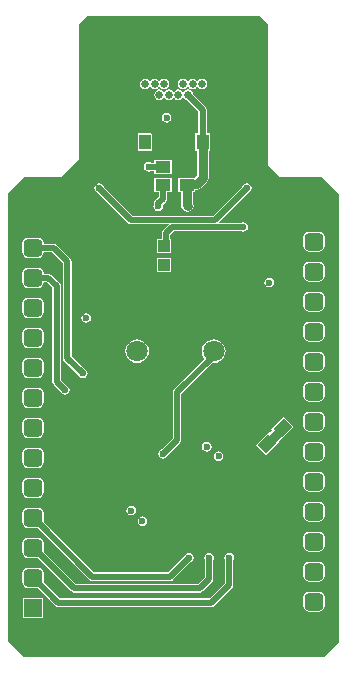
<source format=gbl>
G04*
G04 #@! TF.GenerationSoftware,Altium Limited,Altium Designer,20.0.13 (296)*
G04*
G04 Layer_Physical_Order=2*
G04 Layer_Color=16711680*
%FSLAX44Y44*%
%MOMM*%
G71*
G01*
G75*
%ADD14R,1.3000X1.0000*%
%ADD15R,1.0000X1.0000*%
%ADD23R,1.0000X1.3000*%
%ADD40C,0.5000*%
%ADD42C,0.8000*%
%ADD44C,1.8000*%
%ADD45R,1.5000X1.5000*%
G04:AMPARAMS|DCode=46|XSize=1.6mm|YSize=1.5mm|CornerRadius=0.375mm|HoleSize=0mm|Usage=FLASHONLY|Rotation=180.000|XOffset=0mm|YOffset=0mm|HoleType=Round|Shape=RoundedRectangle|*
%AMROUNDEDRECTD46*
21,1,1.6000,0.7500,0,0,180.0*
21,1,0.8500,1.5000,0,0,180.0*
1,1,0.7500,-0.4250,0.3750*
1,1,0.7500,0.4250,0.3750*
1,1,0.7500,0.4250,-0.3750*
1,1,0.7500,-0.4250,-0.3750*
%
%ADD46ROUNDEDRECTD46*%
%ADD47O,1.3300X1.9800*%
%ADD48C,0.6800*%
%ADD49O,0.9500X1.8000*%
%ADD50C,0.6000*%
G04:AMPARAMS|DCode=51|XSize=1.3mm|YSize=1mm|CornerRadius=0mm|HoleSize=0mm|Usage=FLASHONLY|Rotation=225.000|XOffset=0mm|YOffset=0mm|HoleType=Round|Shape=Rectangle|*
%AMROTATEDRECTD51*
4,1,4,0.1061,0.8132,0.8132,0.1061,-0.1061,-0.8132,-0.8132,-0.1061,0.1061,0.8132,0.0*
%
%ADD51ROTATEDRECTD51*%

G36*
X222000Y538000D02*
Y418000D01*
X232000Y408000D01*
X268000D01*
X282000Y394000D01*
Y15000D01*
X269000Y2000D01*
X15000D01*
X2000Y15000D01*
Y395000D01*
X15000Y408000D01*
X47000D01*
X62000Y423000D01*
Y538000D01*
X69000Y545000D01*
X215000D01*
X222000Y538000D01*
D02*
G37*
%LPC*%
G36*
X134000Y491486D02*
X132283Y491145D01*
X130828Y490172D01*
X130000Y488933D01*
X129172Y490172D01*
X127717Y491145D01*
X126000Y491486D01*
X124283Y491145D01*
X122828Y490172D01*
X122000Y488933D01*
X121172Y490172D01*
X119717Y491145D01*
X118000Y491486D01*
X116283Y491145D01*
X114828Y490172D01*
X113855Y488717D01*
X113514Y487000D01*
X113855Y485283D01*
X114828Y483828D01*
X116283Y482855D01*
X118000Y482514D01*
X119717Y482855D01*
X121172Y483828D01*
X122000Y485067D01*
X122828Y483828D01*
X124283Y482855D01*
X126000Y482514D01*
X127717Y482855D01*
X129172Y483828D01*
X130000Y485067D01*
X130828Y483828D01*
X132283Y482855D01*
X134000Y482514D01*
X135717Y482855D01*
X137172Y483828D01*
X138145Y485283D01*
X138486Y487000D01*
X138145Y488717D01*
X137172Y490172D01*
X135717Y491145D01*
X134000Y491486D01*
D02*
G37*
G36*
X166000D02*
X164283Y491145D01*
X162828Y490172D01*
X162000Y488933D01*
X161172Y490172D01*
X159717Y491145D01*
X158000Y491486D01*
X156283Y491145D01*
X154828Y490172D01*
X154000Y488933D01*
X153172Y490172D01*
X151717Y491145D01*
X150000Y491486D01*
X148283Y491145D01*
X146828Y490172D01*
X145855Y488717D01*
X145514Y487000D01*
X145855Y485283D01*
X146828Y483828D01*
X148283Y482855D01*
X150000Y482514D01*
X151717Y482855D01*
X153172Y483828D01*
X154000Y485067D01*
X154828Y483828D01*
X156283Y482855D01*
X158000Y482514D01*
X159717Y482855D01*
X161172Y483828D01*
X162000Y485067D01*
X162828Y483828D01*
X164283Y482855D01*
X166000Y482514D01*
X167717Y482855D01*
X169172Y483828D01*
X170145Y485283D01*
X170486Y487000D01*
X170145Y488717D01*
X169172Y490172D01*
X167717Y491145D01*
X166000Y491486D01*
D02*
G37*
G36*
X154000Y482486D02*
X152283Y482145D01*
X150828Y481172D01*
X150000Y479933D01*
X149172Y481172D01*
X147717Y482145D01*
X146000Y482486D01*
X144283Y482145D01*
X142828Y481172D01*
X142000Y479933D01*
X141172Y481172D01*
X139717Y482145D01*
X138000Y482486D01*
X136283Y482145D01*
X134828Y481172D01*
X134000Y479933D01*
X133172Y481172D01*
X131717Y482145D01*
X130000Y482486D01*
X128283Y482145D01*
X126828Y481172D01*
X125855Y479717D01*
X125514Y478000D01*
X125855Y476283D01*
X126828Y474828D01*
X128283Y473855D01*
X130000Y473514D01*
X131717Y473855D01*
X133172Y474828D01*
X134000Y476067D01*
X134828Y474828D01*
X136283Y473855D01*
X138000Y473514D01*
X139717Y473855D01*
X141172Y474828D01*
X142000Y476067D01*
X142828Y474828D01*
X144283Y473855D01*
X146000Y473514D01*
X147717Y473855D01*
X149172Y474828D01*
X150000Y476067D01*
X150828Y474828D01*
X152283Y473855D01*
X153300Y473653D01*
X162931Y464022D01*
Y445500D01*
X160500D01*
Y430500D01*
X161402D01*
Y409612D01*
X159388Y407598D01*
X154000D01*
X153507Y407500D01*
X145500D01*
Y395500D01*
X147902D01*
Y385000D01*
X148290Y383049D01*
X149395Y381395D01*
X150395Y380395D01*
X152049Y379290D01*
X154000Y378902D01*
X155951Y379290D01*
X157605Y380395D01*
X158710Y382049D01*
X159098Y384000D01*
X158710Y385951D01*
X158098Y386867D01*
Y395500D01*
X160500D01*
Y397402D01*
X161500D01*
X163451Y397790D01*
X165105Y398895D01*
X170105Y403895D01*
X171210Y405549D01*
X171598Y407500D01*
Y430500D01*
X172500D01*
Y445500D01*
X170069D01*
Y465500D01*
X169797Y466866D01*
X169023Y468023D01*
X158347Y478700D01*
X158145Y479717D01*
X157172Y481172D01*
X155717Y482145D01*
X154000Y482486D01*
D02*
G37*
G36*
X136000Y462513D02*
X134439Y462203D01*
X133116Y461319D01*
X132232Y459996D01*
X131922Y458435D01*
X132232Y456874D01*
X133116Y455551D01*
X134439Y454667D01*
X136000Y454357D01*
X137561Y454667D01*
X138884Y455551D01*
X139768Y456874D01*
X140078Y458435D01*
X139768Y459996D01*
X138884Y461319D01*
X137561Y462203D01*
X136000Y462513D01*
D02*
G37*
G36*
X123500Y445500D02*
X111500D01*
Y430500D01*
X123500D01*
Y445500D01*
D02*
G37*
G36*
X140500Y422500D02*
X125500D01*
Y420377D01*
X123145D01*
X122561Y420768D01*
X121000Y421078D01*
X119439Y420768D01*
X118116Y419884D01*
X117232Y418561D01*
X116922Y417000D01*
X117232Y415439D01*
X118116Y414116D01*
X119439Y413232D01*
X121000Y412922D01*
X122561Y413232D01*
X122573Y413240D01*
X125500D01*
Y410500D01*
X140500D01*
Y422500D01*
D02*
G37*
G36*
Y407500D02*
X125500D01*
Y395500D01*
X129431D01*
Y391478D01*
X126477Y388523D01*
X125703Y387366D01*
X125431Y386000D01*
Y385359D01*
X125232Y385061D01*
X124922Y383500D01*
X125232Y381939D01*
X126116Y380616D01*
X127439Y379732D01*
X129000Y379422D01*
X130561Y379732D01*
X131884Y380616D01*
X132768Y381939D01*
X133078Y383500D01*
X132824Y384777D01*
X135523Y387477D01*
X136297Y388634D01*
X136569Y390000D01*
Y395500D01*
X140500D01*
Y407500D01*
D02*
G37*
G36*
X204000Y403078D02*
X202439Y402768D01*
X201116Y401884D01*
X200232Y400561D01*
X200162Y400209D01*
X175522Y375569D01*
X107478D01*
X82838Y400209D01*
X82768Y400561D01*
X81884Y401884D01*
X80561Y402768D01*
X79000Y403078D01*
X77439Y402768D01*
X76116Y401884D01*
X75232Y400561D01*
X74922Y399000D01*
X75232Y397439D01*
X76116Y396116D01*
X77439Y395232D01*
X77791Y395162D01*
X103477Y369477D01*
X104634Y368703D01*
X106000Y368431D01*
X137814D01*
X132977Y363594D01*
X132203Y362437D01*
X131931Y361071D01*
Y356000D01*
X128000D01*
Y344000D01*
X140000D01*
Y356000D01*
X139069D01*
Y359593D01*
X141907Y362431D01*
X199141D01*
X199439Y362232D01*
X201000Y361922D01*
X202561Y362232D01*
X203884Y363116D01*
X204768Y364439D01*
X205078Y366000D01*
X204768Y367561D01*
X203884Y368884D01*
X202561Y369768D01*
X201000Y370078D01*
X199439Y369768D01*
X199141Y369569D01*
X179615D01*
X205209Y395162D01*
X205561Y395232D01*
X206884Y396116D01*
X207768Y397439D01*
X208078Y399000D01*
X207768Y400561D01*
X206884Y401884D01*
X205561Y402768D01*
X204000Y403078D01*
D02*
G37*
G36*
X265250Y362193D02*
X256750D01*
X254897Y361824D01*
X253326Y360774D01*
X252276Y359203D01*
X251907Y357350D01*
Y349850D01*
X252276Y347997D01*
X253326Y346426D01*
X254897Y345376D01*
X256750Y345007D01*
X265250D01*
X267103Y345376D01*
X268675Y346426D01*
X269724Y347997D01*
X270093Y349850D01*
Y357350D01*
X269724Y359203D01*
X268675Y360774D01*
X267103Y361824D01*
X265250Y362193D01*
D02*
G37*
G36*
X140000Y340000D02*
X128000D01*
Y328000D01*
X140000D01*
Y340000D01*
D02*
G37*
G36*
X265250Y336793D02*
X256750D01*
X254897Y336424D01*
X253326Y335374D01*
X252276Y333803D01*
X251907Y331950D01*
Y324450D01*
X252276Y322597D01*
X253326Y321026D01*
X254897Y319976D01*
X256750Y319607D01*
X265250D01*
X267103Y319976D01*
X268675Y321026D01*
X269724Y322597D01*
X270093Y324450D01*
Y331950D01*
X269724Y333803D01*
X268675Y335374D01*
X267103Y336424D01*
X265250Y336793D01*
D02*
G37*
G36*
X223000Y323078D02*
X221439Y322768D01*
X220116Y321884D01*
X219232Y320561D01*
X218922Y319000D01*
X219232Y317439D01*
X220116Y316116D01*
X221439Y315232D01*
X223000Y314922D01*
X224561Y315232D01*
X225884Y316116D01*
X226768Y317439D01*
X227078Y319000D01*
X226768Y320561D01*
X225884Y321884D01*
X224561Y322768D01*
X223000Y323078D01*
D02*
G37*
G36*
X265250Y311393D02*
X256750D01*
X254897Y311024D01*
X253326Y309974D01*
X252276Y308403D01*
X251907Y306550D01*
Y299050D01*
X252276Y297197D01*
X253326Y295625D01*
X254897Y294576D01*
X256750Y294207D01*
X265250D01*
X267103Y294576D01*
X268675Y295625D01*
X269724Y297197D01*
X270093Y299050D01*
Y306550D01*
X269724Y308403D01*
X268675Y309974D01*
X267103Y311024D01*
X265250Y311393D01*
D02*
G37*
G36*
X27250Y306193D02*
X18750D01*
X16897Y305824D01*
X15325Y304774D01*
X14276Y303203D01*
X13907Y301350D01*
Y293850D01*
X14276Y291997D01*
X15325Y290425D01*
X16897Y289376D01*
X18750Y289007D01*
X27250D01*
X29103Y289376D01*
X30675Y290425D01*
X31724Y291997D01*
X32093Y293850D01*
Y301350D01*
X31724Y303203D01*
X30675Y304774D01*
X29103Y305824D01*
X27250Y306193D01*
D02*
G37*
G36*
X68000Y293078D02*
X66439Y292768D01*
X65116Y291884D01*
X64232Y290561D01*
X63922Y289000D01*
X64232Y287439D01*
X65116Y286116D01*
X66439Y285232D01*
X68000Y284922D01*
X69561Y285232D01*
X70884Y286116D01*
X71768Y287439D01*
X72078Y289000D01*
X71768Y290561D01*
X70884Y291884D01*
X69561Y292768D01*
X68000Y293078D01*
D02*
G37*
G36*
X265250Y285993D02*
X256750D01*
X254897Y285624D01*
X253326Y284575D01*
X252276Y283003D01*
X251907Y281150D01*
Y273650D01*
X252276Y271797D01*
X253326Y270226D01*
X254897Y269176D01*
X256750Y268807D01*
X265250D01*
X267103Y269176D01*
X268675Y270226D01*
X269724Y271797D01*
X270093Y273650D01*
Y281150D01*
X269724Y283003D01*
X268675Y284575D01*
X267103Y285624D01*
X265250Y285993D01*
D02*
G37*
G36*
X27250Y280793D02*
X18750D01*
X16897Y280424D01*
X15325Y279375D01*
X14276Y277803D01*
X13907Y275950D01*
Y268450D01*
X14276Y266597D01*
X15325Y265026D01*
X16897Y263976D01*
X18750Y263607D01*
X27250D01*
X29103Y263976D01*
X30675Y265026D01*
X31724Y266597D01*
X32093Y268450D01*
Y275950D01*
X31724Y277803D01*
X30675Y279375D01*
X29103Y280424D01*
X27250Y280793D01*
D02*
G37*
G36*
X176000Y271086D02*
X173389Y270743D01*
X170957Y269735D01*
X168868Y268132D01*
X167265Y266043D01*
X166257Y263610D01*
X165914Y261000D01*
X166257Y258389D01*
X167265Y255957D01*
X168414Y254460D01*
X142477Y228523D01*
X141703Y227366D01*
X141431Y226000D01*
Y187478D01*
X131791Y177838D01*
X131439Y177768D01*
X130116Y176884D01*
X129232Y175561D01*
X128922Y174000D01*
X129232Y172439D01*
X130116Y171116D01*
X131439Y170232D01*
X133000Y169922D01*
X134561Y170232D01*
X135884Y171116D01*
X136768Y172439D01*
X136838Y172791D01*
X147523Y183477D01*
X148297Y184634D01*
X148569Y186000D01*
Y224522D01*
X175081Y251035D01*
X176000Y250914D01*
X178610Y251257D01*
X181043Y252265D01*
X183132Y253868D01*
X184735Y255957D01*
X185743Y258389D01*
X186086Y261000D01*
X185743Y263610D01*
X184735Y266043D01*
X183132Y268132D01*
X181043Y269735D01*
X178610Y270743D01*
X176000Y271086D01*
D02*
G37*
G36*
X111000D02*
X108390Y270743D01*
X105957Y269735D01*
X103868Y268132D01*
X102265Y266043D01*
X101257Y263610D01*
X100914Y261000D01*
X101257Y258389D01*
X102265Y255957D01*
X103868Y253868D01*
X105957Y252265D01*
X108390Y251257D01*
X111000Y250914D01*
X113610Y251257D01*
X116043Y252265D01*
X118132Y253868D01*
X119735Y255957D01*
X120743Y258389D01*
X121086Y261000D01*
X120743Y263610D01*
X119735Y266043D01*
X118132Y268132D01*
X116043Y269735D01*
X113610Y270743D01*
X111000Y271086D01*
D02*
G37*
G36*
X265250Y260593D02*
X256750D01*
X254897Y260224D01*
X253326Y259174D01*
X252276Y257603D01*
X251907Y255750D01*
Y248250D01*
X252276Y246397D01*
X253326Y244825D01*
X254897Y243776D01*
X256750Y243407D01*
X265250D01*
X267103Y243776D01*
X268675Y244825D01*
X269724Y246397D01*
X270093Y248250D01*
Y255750D01*
X269724Y257603D01*
X268675Y259174D01*
X267103Y260224D01*
X265250Y260593D01*
D02*
G37*
G36*
X27250Y255393D02*
X18750D01*
X16897Y255024D01*
X15325Y253974D01*
X14276Y252403D01*
X13907Y250550D01*
Y243050D01*
X14276Y241197D01*
X15325Y239625D01*
X16897Y238576D01*
X18750Y238207D01*
X27250D01*
X29103Y238576D01*
X30675Y239625D01*
X31724Y241197D01*
X32093Y243050D01*
Y250550D01*
X31724Y252403D01*
X30675Y253974D01*
X29103Y255024D01*
X27250Y255393D01*
D02*
G37*
G36*
Y356993D02*
X18750D01*
X16897Y356624D01*
X15325Y355574D01*
X14276Y354003D01*
X13907Y352150D01*
Y344650D01*
X14276Y342797D01*
X15325Y341226D01*
X16897Y340176D01*
X18750Y339807D01*
X27250D01*
X29103Y340176D01*
X30675Y341226D01*
X31724Y342797D01*
X32093Y344650D01*
Y344831D01*
X39122D01*
X48431Y335522D01*
Y255000D01*
X48703Y253634D01*
X49477Y252477D01*
X61162Y240791D01*
X61232Y240439D01*
X62116Y239116D01*
X63439Y238232D01*
X65000Y237922D01*
X66561Y238232D01*
X67884Y239116D01*
X68768Y240439D01*
X69078Y242000D01*
X68768Y243561D01*
X67884Y244884D01*
X66561Y245768D01*
X66209Y245838D01*
X55569Y256478D01*
Y337000D01*
X55297Y338366D01*
X54523Y339523D01*
X43123Y350923D01*
X41966Y351697D01*
X40600Y351969D01*
X32093D01*
Y352150D01*
X31724Y354003D01*
X30675Y355574D01*
X29103Y356624D01*
X27250Y356993D01*
D02*
G37*
G36*
Y331593D02*
X18750D01*
X16897Y331224D01*
X15325Y330174D01*
X14276Y328603D01*
X13907Y326750D01*
Y319250D01*
X14276Y317397D01*
X15325Y315826D01*
X16897Y314776D01*
X18750Y314407D01*
X27250D01*
X29103Y314776D01*
X30675Y315826D01*
X31724Y317397D01*
X32093Y319250D01*
Y319431D01*
X34522D01*
X39431Y314522D01*
Y235000D01*
X39703Y233634D01*
X40477Y232477D01*
X46162Y226791D01*
X46232Y226439D01*
X47116Y225116D01*
X48439Y224232D01*
X50000Y223922D01*
X51561Y224232D01*
X52884Y225116D01*
X53768Y226439D01*
X54078Y228000D01*
X53768Y229561D01*
X52884Y230884D01*
X51561Y231768D01*
X51209Y231838D01*
X46569Y236478D01*
Y316000D01*
X46297Y317366D01*
X45523Y318523D01*
X38523Y325523D01*
X37366Y326297D01*
X36000Y326569D01*
X32093D01*
Y326750D01*
X31724Y328603D01*
X30675Y330174D01*
X29103Y331224D01*
X27250Y331593D01*
D02*
G37*
G36*
X265250Y235193D02*
X256750D01*
X254897Y234824D01*
X253326Y233775D01*
X252276Y232203D01*
X251907Y230350D01*
Y222850D01*
X252276Y220997D01*
X253326Y219426D01*
X254897Y218376D01*
X256750Y218007D01*
X265250D01*
X267103Y218376D01*
X268675Y219426D01*
X269724Y220997D01*
X270093Y222850D01*
Y230350D01*
X269724Y232203D01*
X268675Y233775D01*
X267103Y234824D01*
X265250Y235193D01*
D02*
G37*
G36*
X27250Y229993D02*
X18750D01*
X16897Y229624D01*
X15325Y228575D01*
X14276Y227003D01*
X13907Y225150D01*
Y217650D01*
X14276Y215797D01*
X15325Y214226D01*
X16897Y213176D01*
X18750Y212807D01*
X27250D01*
X29103Y213176D01*
X30675Y214226D01*
X31724Y215797D01*
X32093Y217650D01*
Y225150D01*
X31724Y227003D01*
X30675Y228575D01*
X29103Y229624D01*
X27250Y229993D01*
D02*
G37*
G36*
X265250Y209793D02*
X256750D01*
X254897Y209424D01*
X253326Y208375D01*
X252276Y206803D01*
X251907Y204950D01*
Y197450D01*
X252276Y195597D01*
X253326Y194025D01*
X254897Y192976D01*
X256750Y192607D01*
X265250D01*
X267103Y192976D01*
X268675Y194025D01*
X269724Y195597D01*
X270093Y197450D01*
Y204950D01*
X269724Y206803D01*
X268675Y208375D01*
X267103Y209424D01*
X265250Y209793D01*
D02*
G37*
G36*
X235364Y205243D02*
X224757Y194636D01*
X225395Y193998D01*
X223002Y191605D01*
X222364Y192243D01*
X211757Y181636D01*
X220243Y173151D01*
X230849Y183757D01*
X230211Y184395D01*
X232605Y186789D01*
X233243Y186151D01*
X243849Y196757D01*
X235364Y205243D01*
D02*
G37*
G36*
X27250Y204593D02*
X18750D01*
X16897Y204224D01*
X15325Y203174D01*
X14276Y201603D01*
X13907Y199750D01*
Y192250D01*
X14276Y190397D01*
X15325Y188825D01*
X16897Y187776D01*
X18750Y187407D01*
X27250D01*
X29103Y187776D01*
X30675Y188825D01*
X31724Y190397D01*
X32093Y192250D01*
Y199750D01*
X31724Y201603D01*
X30675Y203174D01*
X29103Y204224D01*
X27250Y204593D01*
D02*
G37*
G36*
X170000Y184078D02*
X168439Y183768D01*
X167116Y182884D01*
X166232Y181561D01*
X165922Y180000D01*
X166232Y178439D01*
X167116Y177116D01*
X168439Y176232D01*
X170000Y175922D01*
X171561Y176232D01*
X172884Y177116D01*
X173768Y178439D01*
X174078Y180000D01*
X173768Y181561D01*
X172884Y182884D01*
X171561Y183768D01*
X170000Y184078D01*
D02*
G37*
G36*
X180000Y176078D02*
X178439Y175768D01*
X177116Y174884D01*
X176232Y173561D01*
X175922Y172000D01*
X176232Y170439D01*
X177116Y169116D01*
X178439Y168232D01*
X180000Y167922D01*
X181561Y168232D01*
X182884Y169116D01*
X183768Y170439D01*
X184078Y172000D01*
X183768Y173561D01*
X182884Y174884D01*
X181561Y175768D01*
X180000Y176078D01*
D02*
G37*
G36*
X265250Y184393D02*
X256750D01*
X254897Y184024D01*
X253326Y182974D01*
X252276Y181403D01*
X251907Y179550D01*
Y172050D01*
X252276Y170197D01*
X253326Y168626D01*
X254897Y167576D01*
X256750Y167207D01*
X265250D01*
X267103Y167576D01*
X268675Y168626D01*
X269724Y170197D01*
X270093Y172050D01*
Y179550D01*
X269724Y181403D01*
X268675Y182974D01*
X267103Y184024D01*
X265250Y184393D01*
D02*
G37*
G36*
X27250Y179193D02*
X18750D01*
X16897Y178824D01*
X15325Y177775D01*
X14276Y176203D01*
X13907Y174350D01*
Y166850D01*
X14276Y164997D01*
X15325Y163426D01*
X16897Y162376D01*
X18750Y162007D01*
X27250D01*
X29103Y162376D01*
X30675Y163426D01*
X31724Y164997D01*
X32093Y166850D01*
Y174350D01*
X31724Y176203D01*
X30675Y177775D01*
X29103Y178824D01*
X27250Y179193D01*
D02*
G37*
G36*
X265250Y158993D02*
X256750D01*
X254897Y158624D01*
X253326Y157575D01*
X252276Y156003D01*
X251907Y154150D01*
Y146650D01*
X252276Y144797D01*
X253326Y143225D01*
X254897Y142176D01*
X256750Y141807D01*
X265250D01*
X267103Y142176D01*
X268675Y143225D01*
X269724Y144797D01*
X270093Y146650D01*
Y154150D01*
X269724Y156003D01*
X268675Y157575D01*
X267103Y158624D01*
X265250Y158993D01*
D02*
G37*
G36*
X27250Y153793D02*
X18750D01*
X16897Y153424D01*
X15325Y152374D01*
X14276Y150803D01*
X13907Y148950D01*
Y141450D01*
X14276Y139597D01*
X15325Y138026D01*
X16897Y136976D01*
X18750Y136607D01*
X27250D01*
X29103Y136976D01*
X30675Y138026D01*
X31724Y139597D01*
X32093Y141450D01*
Y148950D01*
X31724Y150803D01*
X30675Y152374D01*
X29103Y153424D01*
X27250Y153793D01*
D02*
G37*
G36*
X106000Y130078D02*
X104439Y129768D01*
X103116Y128884D01*
X102232Y127561D01*
X101922Y126000D01*
X102232Y124439D01*
X103116Y123116D01*
X104439Y122232D01*
X106000Y121922D01*
X107561Y122232D01*
X108884Y123116D01*
X109768Y124439D01*
X110078Y126000D01*
X109768Y127561D01*
X108884Y128884D01*
X107561Y129768D01*
X106000Y130078D01*
D02*
G37*
G36*
X265250Y133593D02*
X256750D01*
X254897Y133224D01*
X253326Y132175D01*
X252276Y130603D01*
X251907Y128750D01*
Y121250D01*
X252276Y119397D01*
X253326Y117825D01*
X254897Y116776D01*
X256750Y116407D01*
X265250D01*
X267103Y116776D01*
X268675Y117825D01*
X269724Y119397D01*
X270093Y121250D01*
Y128750D01*
X269724Y130603D01*
X268675Y132175D01*
X267103Y133224D01*
X265250Y133593D01*
D02*
G37*
G36*
X115565Y121078D02*
X114004Y120768D01*
X112681Y119884D01*
X111797Y118561D01*
X111487Y117000D01*
X111797Y115439D01*
X112681Y114116D01*
X114004Y113232D01*
X115565Y112922D01*
X117126Y113232D01*
X118449Y114116D01*
X119333Y115439D01*
X119643Y117000D01*
X119333Y118561D01*
X118449Y119884D01*
X117126Y120768D01*
X115565Y121078D01*
D02*
G37*
G36*
X265250Y108193D02*
X256750D01*
X254897Y107824D01*
X253326Y106775D01*
X252276Y105203D01*
X251907Y103350D01*
Y95850D01*
X252276Y93997D01*
X253326Y92425D01*
X254897Y91376D01*
X256750Y91007D01*
X265250D01*
X267103Y91376D01*
X268675Y92425D01*
X269724Y93997D01*
X270093Y95850D01*
Y103350D01*
X269724Y105203D01*
X268675Y106775D01*
X267103Y107824D01*
X265250Y108193D01*
D02*
G37*
G36*
X27250Y128393D02*
X18750D01*
X16897Y128024D01*
X15325Y126974D01*
X14276Y125403D01*
X13907Y123550D01*
Y116050D01*
X14276Y114197D01*
X15325Y112626D01*
X16897Y111576D01*
X18750Y111207D01*
X27046D01*
X70777Y67477D01*
X71934Y66703D01*
X73300Y66431D01*
X139000D01*
X140366Y66703D01*
X141523Y67477D01*
X156209Y82162D01*
X156561Y82232D01*
X157884Y83116D01*
X158768Y84439D01*
X159078Y86000D01*
X158768Y87561D01*
X157884Y88884D01*
X156561Y89768D01*
X155000Y90078D01*
X153439Y89768D01*
X152116Y88884D01*
X151232Y87561D01*
X151162Y87209D01*
X137522Y73569D01*
X74778D01*
X32093Y116254D01*
Y123550D01*
X31724Y125403D01*
X30675Y126974D01*
X29103Y128024D01*
X27250Y128393D01*
D02*
G37*
G36*
X265250Y82793D02*
X256750D01*
X254897Y82424D01*
X253326Y81375D01*
X252276Y79803D01*
X251907Y77950D01*
Y70450D01*
X252276Y68597D01*
X253326Y67025D01*
X254897Y65976D01*
X256750Y65607D01*
X265250D01*
X267103Y65976D01*
X268675Y67025D01*
X269724Y68597D01*
X270093Y70450D01*
Y77950D01*
X269724Y79803D01*
X268675Y81375D01*
X267103Y82424D01*
X265250Y82793D01*
D02*
G37*
G36*
X27250Y102993D02*
X18750D01*
X16897Y102624D01*
X15325Y101574D01*
X14276Y100003D01*
X13907Y98150D01*
Y90650D01*
X14276Y88797D01*
X15325Y87226D01*
X16897Y86176D01*
X18750Y85807D01*
X27046D01*
X55377Y57477D01*
X56534Y56703D01*
X57900Y56431D01*
X164000D01*
X165366Y56703D01*
X166523Y57477D01*
X174523Y65477D01*
X175297Y66634D01*
X175569Y68000D01*
Y84141D01*
X175768Y84439D01*
X176078Y86000D01*
X175768Y87561D01*
X174884Y88884D01*
X173561Y89768D01*
X172000Y90078D01*
X170439Y89768D01*
X169116Y88884D01*
X168232Y87561D01*
X167922Y86000D01*
X168232Y84439D01*
X168431Y84141D01*
Y69478D01*
X162522Y63569D01*
X59378D01*
X32093Y90854D01*
Y98150D01*
X31724Y100003D01*
X30675Y101574D01*
X29103Y102624D01*
X27250Y102993D01*
D02*
G37*
G36*
X189000Y90078D02*
X187439Y89768D01*
X186116Y88884D01*
X185232Y87561D01*
X184922Y86000D01*
X185232Y84439D01*
X185431Y84141D01*
Y64478D01*
X172522Y51569D01*
X45978D01*
X32093Y65454D01*
Y72750D01*
X31724Y74603D01*
X30675Y76175D01*
X29103Y77224D01*
X27250Y77593D01*
X18750D01*
X16897Y77224D01*
X15325Y76175D01*
X14276Y74603D01*
X13907Y72750D01*
Y65250D01*
X14276Y63397D01*
X15325Y61825D01*
X16897Y60776D01*
X18750Y60407D01*
X27046D01*
X41977Y45477D01*
X43134Y44703D01*
X44500Y44431D01*
X174000D01*
X175366Y44703D01*
X176523Y45477D01*
X191523Y60477D01*
X192297Y61634D01*
X192569Y63000D01*
Y84141D01*
X192768Y84439D01*
X193078Y86000D01*
X192768Y87561D01*
X191884Y88884D01*
X190561Y89768D01*
X189000Y90078D01*
D02*
G37*
G36*
X265250Y57393D02*
X256750D01*
X254897Y57024D01*
X253326Y55974D01*
X252276Y54403D01*
X251907Y52550D01*
Y45050D01*
X252276Y43197D01*
X253326Y41625D01*
X254897Y40576D01*
X256750Y40207D01*
X265250D01*
X267103Y40576D01*
X268675Y41625D01*
X269724Y43197D01*
X270093Y45050D01*
Y52550D01*
X269724Y54403D01*
X268675Y55974D01*
X267103Y57024D01*
X265250Y57393D01*
D02*
G37*
G36*
X31500Y52100D02*
X14500D01*
Y35100D01*
X31500D01*
Y52100D01*
D02*
G37*
%LPD*%
D14*
X153000Y416500D02*
D03*
Y401500D02*
D03*
X133000Y416500D02*
D03*
Y401500D02*
D03*
D15*
X134000Y334000D02*
D03*
Y350000D02*
D03*
D23*
X132500Y438000D02*
D03*
X117500D02*
D03*
X151500D02*
D03*
X166500D02*
D03*
D40*
X132691Y416809D02*
X133000Y416500D01*
X121191Y416809D02*
X132691D01*
X121000Y417000D02*
X121191Y416809D01*
X106000Y372000D02*
X177000D01*
X79000Y399000D02*
X106000Y372000D01*
X135500Y361071D02*
X140429Y366000D01*
X177000Y372000D02*
X204000Y399000D01*
X140429Y366000D02*
X201000D01*
X166500Y438000D02*
Y465500D01*
X154000Y478000D02*
X166500Y465500D01*
X184950Y469700D02*
Y472732D01*
X169500Y478000D02*
X169844Y477656D01*
X180027D01*
X184950Y472732D01*
X132500Y438000D02*
Y439500D01*
X114500Y457500D02*
Y478000D01*
Y457500D02*
X132500Y439500D01*
X43000Y235000D02*
Y316000D01*
X129000Y383500D02*
Y386000D01*
X133000Y390000D01*
Y401500D01*
X135500Y351500D02*
Y361071D01*
X134000Y350000D02*
X135500Y351500D01*
X40600Y348400D02*
X52000Y337000D01*
Y255000D02*
X65000Y242000D01*
X52000Y255000D02*
Y337000D01*
X36000Y323000D02*
X43000Y316000D01*
Y235000D02*
X50000Y228000D01*
X23000Y323000D02*
X36000D01*
X23000Y348400D02*
X40600D01*
X145000Y226000D02*
X176000Y257000D01*
X145000Y186000D02*
Y226000D01*
X133000Y174000D02*
X145000Y186000D01*
X139000Y70000D02*
X155000Y86000D01*
X73300Y70000D02*
X139000D01*
X23000Y119800D02*
X23500D01*
X73300Y70000D01*
X172000Y68000D02*
Y86000D01*
X164000Y60000D02*
X172000Y68000D01*
X57900Y60000D02*
X164000D01*
X23000Y94400D02*
X23500D01*
X57900Y60000D01*
X189000Y63000D02*
Y86000D01*
X174000Y48000D02*
X189000Y63000D01*
X44500Y48000D02*
X174000D01*
X23000Y69000D02*
X23500D01*
X44500Y48000D01*
D42*
X153000Y401500D02*
X154000Y402500D01*
X161500D01*
X166500Y407500D01*
Y438000D01*
X99050Y469700D02*
Y473544D01*
X110737Y474237D02*
X114500Y478000D01*
X99743Y474237D02*
X110737D01*
X99050Y473544D02*
X99743Y474237D01*
X98763Y469987D02*
X99050Y469700D01*
X98100Y489500D02*
X98763Y488837D01*
Y469987D02*
Y488837D01*
X98100Y489500D02*
Y494184D01*
X96250Y496034D02*
Y520000D01*
Y496034D02*
X98100Y494184D01*
X185900Y489500D02*
Y494184D01*
X187750Y496034D02*
Y520000D01*
X185900Y494184D02*
X187750Y496034D01*
X185237Y488837D02*
X185900Y489500D01*
X184950Y469700D02*
X185237Y469987D01*
Y488837D01*
X132500Y438000D02*
X151500D01*
X152500Y416500D02*
X153000D01*
X151500Y417500D02*
Y438000D01*
Y417500D02*
X152500Y416500D01*
X210697Y193303D02*
X223697Y206303D01*
X221303Y182697D02*
X234303Y195697D01*
X153000Y385000D02*
X154000Y384000D01*
X153000Y385000D02*
Y401500D01*
D44*
X111000Y261000D02*
D03*
X176000D02*
D03*
Y306000D02*
D03*
X111000D02*
D03*
D45*
X261000Y379000D02*
D03*
X23000Y43600D02*
D03*
D46*
X261000Y353600D02*
D03*
Y328200D02*
D03*
Y302800D02*
D03*
Y277400D02*
D03*
Y252000D02*
D03*
Y226600D02*
D03*
Y201200D02*
D03*
Y175800D02*
D03*
Y150400D02*
D03*
Y125000D02*
D03*
Y99600D02*
D03*
Y74200D02*
D03*
Y48800D02*
D03*
X23000Y69000D02*
D03*
Y94400D02*
D03*
Y119800D02*
D03*
Y145200D02*
D03*
Y170600D02*
D03*
Y196000D02*
D03*
Y221400D02*
D03*
Y246800D02*
D03*
Y272200D02*
D03*
Y297600D02*
D03*
Y323000D02*
D03*
Y348400D02*
D03*
Y373800D02*
D03*
D47*
X98100Y489500D02*
D03*
X185900D02*
D03*
D48*
X158000Y487000D02*
D03*
X150000D02*
D03*
X169500Y478000D02*
D03*
X166000Y487000D02*
D03*
X154000Y478000D02*
D03*
X146000D02*
D03*
X138000D02*
D03*
X130000D02*
D03*
X134000Y487000D02*
D03*
X126000D02*
D03*
X118000D02*
D03*
X114500Y478000D02*
D03*
D49*
X184950Y469700D02*
D03*
X99050D02*
D03*
X187750Y520000D02*
D03*
X96250D02*
D03*
D50*
X88000Y377000D02*
D03*
X121000Y417000D02*
D03*
X195000Y407000D02*
D03*
X199000Y376000D02*
D03*
X201000Y366000D02*
D03*
X204000Y358000D02*
D03*
X115565Y117000D02*
D03*
X185000Y204000D02*
D03*
X170000Y180000D02*
D03*
X180000Y172000D02*
D03*
X131000Y141000D02*
D03*
X122000Y151000D02*
D03*
X106000Y126000D02*
D03*
X136000Y458435D02*
D03*
X167000Y19000D02*
D03*
X137000D02*
D03*
X154000Y384000D02*
D03*
X129000Y383500D02*
D03*
X223000Y319000D02*
D03*
X68000Y289000D02*
D03*
X79000Y399000D02*
D03*
X204000D02*
D03*
X65000Y242000D02*
D03*
X50000Y228000D02*
D03*
X133000Y174000D02*
D03*
X189000Y86000D02*
D03*
X172000D02*
D03*
X155000D02*
D03*
D51*
X234303Y195697D02*
D03*
X223697Y206303D02*
D03*
X221303Y182697D02*
D03*
X210697Y193303D02*
D03*
M02*

</source>
